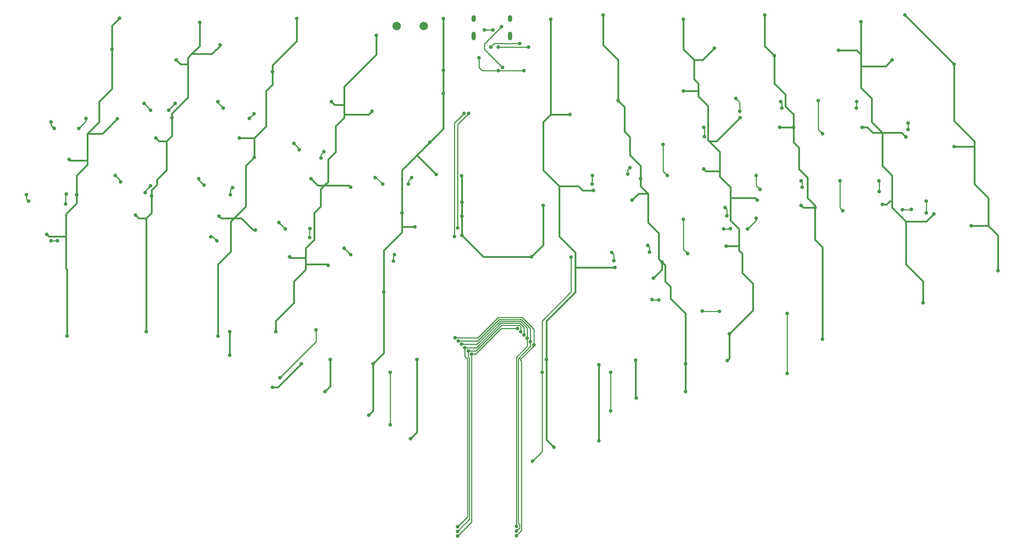
<source format=gbr>
G04 #@! TF.GenerationSoftware,KiCad,Pcbnew,(5.1.9)-1*
G04 #@! TF.CreationDate,2021-04-11T17:50:06-07:00*
G04 #@! TF.ProjectId,euclid36,6575636c-6964-4333-962e-6b696361645f,1.2*
G04 #@! TF.SameCoordinates,PX2faf080PY2faf080*
G04 #@! TF.FileFunction,Copper,L1,Top*
G04 #@! TF.FilePolarity,Positive*
%FSLAX46Y46*%
G04 Gerber Fmt 4.6, Leading zero omitted, Abs format (unit mm)*
G04 Created by KiCad (PCBNEW (5.1.9)-1) date 2021-04-11 17:50:06*
%MOMM*%
%LPD*%
G01*
G04 APERTURE LIST*
G04 #@! TA.AperFunction,ComponentPad*
%ADD10O,1.000000X2.100000*%
G04 #@! TD*
G04 #@! TA.AperFunction,ComponentPad*
%ADD11O,1.000000X1.600000*%
G04 #@! TD*
G04 #@! TA.AperFunction,ComponentPad*
%ADD12C,2.000000*%
G04 #@! TD*
G04 #@! TA.AperFunction,ViaPad*
%ADD13C,0.900000*%
G04 #@! TD*
G04 #@! TA.AperFunction,Conductor*
%ADD14C,0.254000*%
G04 #@! TD*
G04 #@! TA.AperFunction,Conductor*
%ADD15C,0.381000*%
G04 #@! TD*
G04 APERTURE END LIST*
D10*
X96810000Y17820000D03*
X105450000Y17820000D03*
D11*
X96810000Y22000000D03*
X105450000Y22000000D03*
D12*
X78512500Y20155000D03*
X85012500Y20155000D03*
D13*
X119972328Y-34711172D03*
X113068000Y-62014000D03*
X129324000Y-62014000D03*
X129324000Y-62014000D03*
X129324000Y-71158000D03*
X110782000Y-83096000D03*
X77000000Y-74460000D03*
X77000000Y-62014000D03*
X203492000Y-45504000D03*
X188760000Y21219500D03*
X115100000Y21806000D03*
X114084000Y-58966000D03*
X115862000Y-79794000D03*
X135279971Y-59106029D03*
X157518000Y-52870000D03*
X135420000Y-68110000D03*
X157010000Y-59220000D03*
X38900000Y-52362000D03*
X62776000Y-58966000D03*
X83350000Y-58966000D03*
X38900000Y-57950000D03*
X61506000Y-66586000D03*
X81826000Y-77762000D03*
X199428000Y-6134000D03*
X189014000Y-3848000D03*
X193840000Y-22136000D03*
X119672000Y-800000D03*
X125260000Y-18834000D03*
X130340000Y-37122000D03*
X146596000Y21806000D03*
X31788000Y21044000D03*
X19088000Y-52362000D03*
X73698000Y17996000D03*
X49822000Y-52362000D03*
X16548000Y-24676000D03*
X21374000Y-6388000D03*
X26200000Y12154000D03*
X20358000Y-20104000D03*
X25184000Y-1562000D03*
X36614000Y15710000D03*
X196126000Y12154000D03*
X183426000Y14440000D03*
X206032000Y-24422000D03*
X160058000Y-1562000D03*
X151422000Y-13754000D03*
X164122000Y-21120000D03*
X156756000Y-32042000D03*
X72682000Y-38000D03*
X67602000Y-18072000D03*
X58204000Y-16040000D03*
X62268000Y-36614000D03*
X53124000Y-34582000D03*
X63030000Y2248000D03*
X153962000Y14948000D03*
X146596000Y4788000D03*
X12738000Y22060000D03*
X292000Y-53378000D03*
X221272000Y-37884000D03*
X199174000Y22822000D03*
X54842000Y22000000D03*
X36106000Y-53378000D03*
X89640000Y22000000D03*
X72936000Y-59982000D03*
X71920000Y-72174000D03*
X147104000Y-59982000D03*
X147104000Y-66586000D03*
X127546000Y22822000D03*
X165900000Y22822000D03*
X179616000Y-54140000D03*
X131102000Y2502000D03*
X136436000Y-16040000D03*
X141516000Y-35852000D03*
X168186000Y13170000D03*
X177838000Y-22898000D03*
X134404000Y-21120000D03*
X139484000Y-39662000D03*
X172758000Y-3848000D03*
X169456000Y-3848000D03*
X174536000Y-22390000D03*
X210858000Y11138000D03*
X210858000Y-8420000D03*
X214922000Y-27216000D03*
X10960000Y14694000D03*
X12230000Y-1816000D03*
X800000Y-11468000D03*
X-4534000Y-29248000D03*
X2578000Y-19850000D03*
X49060000Y9360000D03*
X44742000Y-10960000D03*
X36360000Y-24930000D03*
X44996000Y-28232000D03*
X41186000Y-6388000D03*
X86398000Y-7404000D03*
X79794000Y-24168000D03*
X75476000Y-42964000D03*
X126530000Y-60236000D03*
X126530000Y-78270000D03*
X55918000Y-59982000D03*
X49060000Y-65570000D03*
X89640000Y9674000D03*
X82842000Y-27470000D03*
X87952001Y-15024000D03*
X89640000Y4220000D03*
X107226000Y-51600000D03*
X96304000Y-57696000D03*
X93002000Y-100876000D03*
X138603716Y-33513128D03*
X138151443Y-31870414D03*
X133388000Y-14976526D03*
X133896000Y-13422526D03*
X108003819Y-52377819D03*
X95526181Y-56918181D03*
X93002000Y-99775997D03*
X-47578Y-22050422D03*
X123578Y-19681578D03*
X3086000Y-4117000D03*
X4822578Y-1774578D03*
X156924422Y-24844422D03*
X156502000Y-22898000D03*
X151590422Y-6048422D03*
X151422000Y-3848000D03*
X108781638Y-53155638D03*
X94748362Y-56140362D03*
X93002000Y-98675994D03*
X18834000Y-19327832D03*
X20104000Y-17773832D03*
X24422000Y232831D03*
X25946000Y1786831D03*
X174790000Y-18087000D03*
X174536000Y-16533000D03*
X169964000Y709000D03*
X169710000Y2263000D03*
X109559457Y-53933457D03*
X93970543Y-55362543D03*
X106972000Y-98590000D03*
X39112578Y-19891422D03*
X39576422Y-18157578D03*
X43557578Y-1730422D03*
X44656422Y-631578D03*
X193036578Y-16533000D03*
X187702578Y709000D03*
X187744000Y2263000D03*
X193078000Y-19088000D03*
X110337276Y-54711276D03*
X93192724Y-54584724D03*
X106972000Y-99690003D03*
X57908578Y-30051422D03*
X57991422Y-27936578D03*
X60575578Y-11128422D03*
X61293422Y-9648578D03*
X111115095Y-55489095D03*
X92414905Y-53806905D03*
X106972000Y-100790006D03*
X77762000Y-35613000D03*
X78016000Y-34059000D03*
X81318000Y-17325000D03*
X82080000Y-15771000D03*
X-3518000Y-2563000D03*
X-2756000Y-4117000D03*
X-9360000Y-19835000D03*
X-8852000Y-21389000D03*
X-3533000Y-30772000D03*
X-1979000Y-30772000D03*
X12992000Y-16817000D03*
X11722000Y-15263000D03*
X20104000Y232831D03*
X18580000Y1786831D03*
X36106000Y2263000D03*
X37376000Y709000D03*
X31534000Y-16025000D03*
X32804000Y-17579000D03*
X34401901Y-29829901D03*
X35852000Y-30772000D03*
X52108000Y-27993000D03*
X50584000Y-26439000D03*
X55410000Y-9197000D03*
X54140000Y-7643000D03*
X73444000Y-15771000D03*
X75222000Y-17325000D03*
X94018000Y-24915000D03*
X94018000Y-21628000D03*
X110528000Y-34582000D03*
X113322000Y-22390000D03*
X93932422Y-15363578D03*
X94018000Y-29502000D03*
X94526000Y-546000D03*
X92240000Y-29756000D03*
X95626003Y-546000D03*
X93017000Y-27724000D03*
X66078000Y-32535000D03*
X67602000Y-34089000D03*
X156147422Y-27978000D03*
X157778133Y-27901289D03*
X161836000Y-27978000D03*
X163868000Y-25438000D03*
X164798422Y-18595000D03*
X163868000Y-15278000D03*
X159995934Y-62976D03*
X159042000Y3010000D03*
X178600000Y2502000D03*
X179616000Y-5372000D03*
X183773485Y-16533000D03*
X184442000Y-23660000D03*
X198624578Y-23447422D03*
X200739422Y-23364578D03*
X204254000Y-24141578D03*
X204254000Y-21374000D03*
X199936000Y-4371000D03*
X199936000Y-2817000D03*
X59388421Y-51939577D03*
X50838000Y-63284000D03*
X151106005Y-47474005D03*
X140768313Y-44810531D03*
X139145782Y-44742000D03*
X171234000Y-62268000D03*
X171234000Y-48044000D03*
X155199949Y-47503949D03*
X130086950Y-35559960D03*
X129578000Y-33551000D03*
X124987455Y-17291455D03*
X125006000Y-15263000D03*
X141770000Y-7897000D03*
X142786000Y-15278000D03*
X146596000Y-25692000D03*
X147612000Y-33820000D03*
X108750000Y9614000D03*
X102654000Y9614000D03*
X98082000Y12662000D03*
X103670000Y10391000D03*
X103416000Y20028000D03*
X109844500Y15202000D03*
X102654000Y15202000D03*
X101384000Y19266000D03*
X99352000Y19266000D03*
X100876000Y15202000D03*
X107734000Y16012500D03*
D14*
X119972328Y-34711172D02*
X119972328Y-42409672D01*
X119972328Y-42409672D02*
X119972328Y-42663672D01*
X119972328Y-42663672D02*
X119972328Y-42917672D01*
X119972328Y-42917672D02*
X113068000Y-49822000D01*
X113068000Y-49822000D02*
X113068000Y-62014000D01*
X113068000Y-62014000D02*
X113068000Y-62014000D01*
X129324000Y-62014000D02*
X129324000Y-71158000D01*
X113068000Y-80810000D02*
X110782000Y-83096000D01*
X113068000Y-62014000D02*
X113068000Y-80810000D01*
X77000000Y-74460000D02*
X77000000Y-62014000D01*
D15*
X203492000Y-45504000D02*
X203492000Y-41186000D01*
X203492000Y-41186000D02*
X203492000Y-40424000D01*
X203492000Y-40424000D02*
X199428000Y-36360000D01*
X196126000Y-21374000D02*
X196126000Y-15278000D01*
X196126000Y-15278000D02*
X193840000Y-12992000D01*
X193840000Y-12992000D02*
X193840000Y-5118000D01*
X193840000Y-5118000D02*
X191300000Y-2578000D01*
X191300000Y-2578000D02*
X191300000Y3010000D01*
X191300000Y3010000D02*
X188760000Y5550000D01*
X188760000Y5550000D02*
X188760000Y7582000D01*
X188760000Y21219500D02*
X188760000Y21219500D01*
X115100000Y21806000D02*
X115100000Y-800000D01*
X115100000Y-800000D02*
X113322000Y-2578000D01*
X113322000Y-2578000D02*
X113322000Y-14008000D01*
X113322000Y-14008000D02*
X117132000Y-17818000D01*
X117132000Y-17818000D02*
X117132000Y-29756000D01*
X117132000Y-29756000D02*
X120942000Y-33566000D01*
X114084000Y-49822000D02*
X114084000Y-58966000D01*
X120942000Y-42964000D02*
X114084000Y-49822000D01*
X114084000Y-78016000D02*
X115862000Y-79794000D01*
X114084000Y-58966000D02*
X114084000Y-78016000D01*
X135279971Y-67969971D02*
X135420000Y-68110000D01*
X135279971Y-59106029D02*
X135279971Y-67969971D01*
X157518000Y-58712000D02*
X157010000Y-59220000D01*
X157518000Y-52870000D02*
X157518000Y-58712000D01*
X38900000Y-52362000D02*
X38900000Y-57950000D01*
X62776000Y-65316000D02*
X61506000Y-66586000D01*
X62776000Y-58966000D02*
X62776000Y-65316000D01*
X83350000Y-76238000D02*
X81826000Y-77762000D01*
X83350000Y-58966000D02*
X83350000Y-76238000D01*
X198412000Y-5118000D02*
X199428000Y-6134000D01*
X193840000Y-5118000D02*
X198412000Y-5118000D01*
X193840000Y-5118000D02*
X191554000Y-5118000D01*
X190284000Y-3848000D02*
X189014000Y-3848000D01*
X191554000Y-5118000D02*
X190284000Y-3848000D01*
X196126000Y-21374000D02*
X195618000Y-21374000D01*
X194856000Y-22136000D02*
X193840000Y-22136000D01*
X195618000Y-21374000D02*
X194856000Y-22136000D01*
X115100000Y-800000D02*
X119672000Y-800000D01*
X117132000Y-17818000D02*
X121704000Y-17818000D01*
X122720000Y-18834000D02*
X125260000Y-18834000D01*
X121704000Y-17818000D02*
X122720000Y-18834000D01*
X120942000Y-37122000D02*
X130340000Y-37122000D01*
X120942000Y-33566000D02*
X120942000Y-37122000D01*
X120942000Y-37122000D02*
X120942000Y-42964000D01*
X146596000Y21806000D02*
X146596000Y14694000D01*
X146596000Y14694000D02*
X149136000Y12154000D01*
X149136000Y12154000D02*
X149136000Y10376000D01*
X149136000Y7582000D02*
X150152000Y6566000D01*
X150152000Y3518000D02*
X152438000Y1232000D01*
X152438000Y1232000D02*
X152438000Y-6896000D01*
X155232000Y-15532000D02*
X157772000Y-18072000D01*
X157772000Y-25946000D02*
X159804000Y-27978000D01*
X159804000Y-33058000D02*
X160566000Y-33820000D01*
X160566000Y-33820000D02*
X160566000Y-38392000D01*
X160566000Y-38392000D02*
X163106000Y-40932000D01*
X157518000Y-52870000D02*
X163106000Y-47282000D01*
X163106000Y-40932000D02*
X163106000Y-47282000D01*
X149136000Y10376000D02*
X149136000Y7582000D01*
X31788000Y21044000D02*
X31788000Y15456000D01*
X31788000Y15456000D02*
X29883000Y13551000D01*
X28994000Y3264000D02*
X25184000Y-546000D01*
X25184000Y-546000D02*
X25184000Y-1562000D01*
X25184000Y-5880000D02*
X23914000Y-7150000D01*
X23914000Y-7150000D02*
X23914000Y-14008000D01*
X23914000Y-14008000D02*
X21628000Y-16294000D01*
X21628000Y-17493774D02*
X20358000Y-18763774D01*
X21628000Y-16294000D02*
X21628000Y-17493774D01*
X20358000Y-18763774D02*
X20358000Y-20104000D01*
X20358000Y-24168000D02*
X19088000Y-25438000D01*
X19088000Y-25438000D02*
X19088000Y-52362000D01*
X73698000Y17996000D02*
X73698000Y13424000D01*
X73698000Y13424000D02*
X66078000Y5804000D01*
X66078000Y-1562000D02*
X64046000Y-3594000D01*
X64046000Y-3594000D02*
X64046000Y-9690000D01*
X64046000Y-9690000D02*
X62268000Y-11468000D01*
X62268000Y-11468000D02*
X62268000Y-16802000D01*
X60490000Y-18580000D02*
X60490000Y-22644000D01*
X60490000Y-22644000D02*
X58966000Y-24168000D01*
X58966000Y-24168000D02*
X58966000Y-30518000D01*
X58966000Y-30518000D02*
X56934000Y-32550000D01*
X56934000Y-37630000D02*
X54140000Y-40424000D01*
X54140000Y-40424000D02*
X54140000Y-45504000D01*
X49822000Y-49822000D02*
X49822000Y-52362000D01*
X54140000Y-45504000D02*
X49822000Y-49822000D01*
X199428000Y-26200000D02*
X199428000Y-26454000D01*
X196126000Y-21374000D02*
X196126000Y-22898000D01*
X196126000Y-22898000D02*
X199428000Y-26200000D01*
X199428000Y-36360000D02*
X199428000Y-26454000D01*
X17310000Y-25438000D02*
X16548000Y-24676000D01*
X19088000Y-25438000D02*
X17310000Y-25438000D01*
X22136000Y-7150000D02*
X21374000Y-6388000D01*
X23914000Y-7150000D02*
X22136000Y-7150000D01*
X27216000Y11138000D02*
X26200000Y12154000D01*
X28994000Y11138000D02*
X27216000Y11138000D01*
X28994000Y12662000D02*
X28994000Y11138000D01*
X28994000Y11138000D02*
X28994000Y3264000D01*
X20358000Y-20104000D02*
X20358000Y-24168000D01*
X25184000Y-1562000D02*
X25184000Y-5880000D01*
X29883000Y13551000D02*
X28994000Y12662000D01*
X29883000Y13551000D02*
X34709000Y13551000D01*
X36614000Y15456000D02*
X36614000Y15710000D01*
X34709000Y13551000D02*
X36614000Y15456000D01*
X194602000Y10630000D02*
X196126000Y12154000D01*
X188760000Y10630000D02*
X194602000Y10630000D01*
X188760000Y7582000D02*
X188760000Y10630000D01*
X187744000Y14440000D02*
X183426000Y14440000D01*
X188760000Y13424000D02*
X187744000Y14440000D01*
X188760000Y10630000D02*
X188760000Y13424000D01*
X188760000Y13424000D02*
X188760000Y21219500D01*
X204254000Y-26200000D02*
X206032000Y-24422000D01*
X199428000Y-26200000D02*
X204254000Y-26200000D01*
X154470000Y-7150000D02*
X160058000Y-1562000D01*
X152692000Y-7150000D02*
X154470000Y-7150000D01*
X152438000Y-6896000D02*
X152692000Y-7150000D01*
X152692000Y-7150000D02*
X155232000Y-9690000D01*
X155232000Y-14262000D02*
X151930000Y-14262000D01*
X155232000Y-9690000D02*
X155232000Y-14262000D01*
X151930000Y-14262000D02*
X151422000Y-13754000D01*
X155232000Y-14262000D02*
X155232000Y-15532000D01*
X163614000Y-20612000D02*
X164122000Y-21120000D01*
X157772000Y-20612000D02*
X163614000Y-20612000D01*
X157772000Y-18072000D02*
X157772000Y-20612000D01*
X157772000Y-20612000D02*
X157772000Y-25946000D01*
X159804000Y-27978000D02*
X159804000Y-32042000D01*
X159804000Y-32042000D02*
X156756000Y-32042000D01*
X159804000Y-32042000D02*
X159804000Y-33058000D01*
X66078000Y-800000D02*
X71920000Y-800000D01*
X71920000Y-800000D02*
X72682000Y-38000D01*
X66078000Y-800000D02*
X66078000Y-1562000D01*
X67221000Y-17691000D02*
X67602000Y-18072000D01*
X61379000Y-17691000D02*
X67221000Y-17691000D01*
X62268000Y-16802000D02*
X61379000Y-17691000D01*
X61379000Y-17691000D02*
X60490000Y-18580000D01*
X59855000Y-17691000D02*
X58204000Y-16040000D01*
X61379000Y-17691000D02*
X59855000Y-17691000D01*
X62014000Y-36360000D02*
X62268000Y-36614000D01*
X56934000Y-36360000D02*
X62014000Y-36360000D01*
X56934000Y-36360000D02*
X56934000Y-37630000D01*
X53378000Y-34836000D02*
X53124000Y-34582000D01*
X56934000Y-34836000D02*
X53378000Y-34836000D01*
X56934000Y-32550000D02*
X56934000Y-34836000D01*
X56934000Y-34836000D02*
X56934000Y-36360000D01*
X63792000Y1486000D02*
X63030000Y2248000D01*
X66078000Y1486000D02*
X63792000Y1486000D01*
X66078000Y5804000D02*
X66078000Y1486000D01*
X66078000Y1486000D02*
X66078000Y-800000D01*
X151168000Y12154000D02*
X153962000Y14948000D01*
X149136000Y12154000D02*
X151168000Y12154000D01*
X150152000Y4788000D02*
X146596000Y4788000D01*
X150152000Y6566000D02*
X150152000Y4788000D01*
X150152000Y4788000D02*
X150152000Y3518000D01*
X12738000Y22060000D02*
X10960000Y20282000D01*
X10960000Y20282000D02*
X10960000Y14694000D01*
X10960000Y5296000D02*
X7912000Y2248000D01*
X7912000Y2248000D02*
X7912000Y-2578000D01*
X7912000Y-2578000D02*
X5118000Y-5372000D01*
X5118000Y-12738000D02*
X2578000Y-15278000D01*
X2578000Y-15278000D02*
X2578000Y-19850000D01*
X2578000Y-21882000D02*
X38000Y-24422000D01*
X292000Y-37630000D02*
X292000Y-53378000D01*
X38000Y-37376000D02*
X292000Y-37630000D01*
X221272000Y-37884000D02*
X221272000Y-29502000D01*
X221272000Y-29502000D02*
X218986000Y-27216000D01*
X218986000Y-27216000D02*
X218986000Y-20612000D01*
X218986000Y-20612000D02*
X215684000Y-17310000D01*
X215684000Y-7150000D02*
X210858000Y-2324000D01*
X210858000Y-2324000D02*
X210858000Y11138000D01*
X210858000Y11138000D02*
X199174000Y22822000D01*
X36106000Y-36360000D02*
X36106000Y-53378000D01*
X39154000Y-33312000D02*
X36106000Y-36360000D01*
X39154000Y-26200000D02*
X39154000Y-33312000D01*
X44742000Y-6388000D02*
X44742000Y-10960000D01*
X54842000Y22000000D02*
X54842000Y16666000D01*
X47536000Y4788000D02*
X47536000Y-3594000D01*
X54842000Y16666000D02*
X49060000Y10884000D01*
X49060000Y10884000D02*
X49060000Y9360000D01*
X49060000Y6312000D02*
X47536000Y4788000D01*
X47536000Y-3594000D02*
X44742000Y-6388000D01*
X42710000Y-12992000D02*
X42710000Y-22644000D01*
X44742000Y-10960000D02*
X42710000Y-12992000D01*
X75476000Y-57442000D02*
X72936000Y-59982000D01*
X75476000Y-33058000D02*
X75476000Y-42964000D01*
X79794000Y-14008000D02*
X79794000Y-24168000D01*
X79794000Y-28740000D02*
X75476000Y-33058000D01*
X89640000Y-4162000D02*
X86398000Y-7404000D01*
X72936000Y-59982000D02*
X72936000Y-71158000D01*
X72936000Y-71158000D02*
X71920000Y-72174000D01*
X147104000Y-59982000D02*
X147104000Y-66586000D01*
X127546000Y22822000D02*
X127546000Y15710000D01*
X127546000Y15710000D02*
X131102000Y12154000D01*
X131102000Y12154000D02*
X131102000Y2502000D01*
X131102000Y2502000D02*
X132626000Y978000D01*
X132626000Y978000D02*
X132626000Y-4864000D01*
X132626000Y-4864000D02*
X133896000Y-6134000D01*
X133896000Y-6134000D02*
X133896000Y-10452000D01*
X133896000Y-10452000D02*
X136436000Y-12992000D01*
X136436000Y-12992000D02*
X136436000Y-16040000D01*
X136436000Y-17818000D02*
X138214000Y-19596000D01*
X138214000Y-19596000D02*
X138214000Y-26454000D01*
X138214000Y-26454000D02*
X140754000Y-28994000D01*
X140754000Y-28994000D02*
X140754000Y-35090000D01*
X140754000Y-35090000D02*
X141516000Y-35852000D01*
X142278000Y-36614000D02*
X142278000Y-40424000D01*
X142278000Y-40424000D02*
X143548000Y-41694000D01*
X143548000Y-41694000D02*
X143548000Y-44488000D01*
X147104000Y-48044000D02*
X147104000Y-59982000D01*
X143548000Y-44488000D02*
X147104000Y-48044000D01*
X165900000Y22822000D02*
X165900000Y15456000D01*
X165900000Y15456000D02*
X168186000Y13170000D01*
X168186000Y13170000D02*
X168186000Y6566000D01*
X170804501Y3947499D02*
X170804501Y1153499D01*
X168186000Y6566000D02*
X170804501Y3947499D01*
X170804501Y1153499D02*
X172758000Y-800000D01*
X172758000Y-800000D02*
X172758000Y-3848000D01*
X172758000Y-7404000D02*
X174028000Y-8674000D01*
X174028000Y-8674000D02*
X174028000Y-13754000D01*
X174028000Y-13754000D02*
X176060000Y-15786000D01*
X176060000Y-15786000D02*
X176060000Y-20612000D01*
X176060000Y-20612000D02*
X177838000Y-22390000D01*
X177838000Y-22390000D02*
X177838000Y-22898000D01*
X179616000Y-32296000D02*
X179616000Y-54140000D01*
X177838000Y-30518000D02*
X179616000Y-32296000D01*
X131102000Y2502000D02*
X131102000Y2502000D01*
X136436000Y-16040000D02*
X136436000Y-17818000D01*
X141516000Y-35852000D02*
X142278000Y-36614000D01*
X168186000Y13170000D02*
X168186000Y13170000D01*
X172758000Y-4610000D02*
X172758000Y-7404000D01*
X177838000Y-22898000D02*
X177838000Y-30518000D01*
X135928000Y-19596000D02*
X134404000Y-21120000D01*
X138214000Y-19596000D02*
X135928000Y-19596000D01*
X141516000Y-37630000D02*
X139484000Y-39662000D01*
X141516000Y-35852000D02*
X141516000Y-37630000D01*
X172758000Y-3848000D02*
X172758000Y-4610000D01*
X172758000Y-3848000D02*
X169456000Y-3848000D01*
X175044000Y-22898000D02*
X174536000Y-22390000D01*
X177838000Y-22898000D02*
X175044000Y-22898000D01*
X210858000Y11138000D02*
X210858000Y11138000D01*
X215684000Y-8420000D02*
X210858000Y-8420000D01*
X215684000Y-17310000D02*
X215684000Y-8420000D01*
X215684000Y-8420000D02*
X215684000Y-7150000D01*
X218986000Y-27216000D02*
X214922000Y-27216000D01*
X10960000Y14694000D02*
X10960000Y5296000D01*
X8674000Y-5372000D02*
X12230000Y-1816000D01*
X5118000Y-5372000D02*
X8674000Y-5372000D01*
X1054000Y-11722000D02*
X800000Y-11468000D01*
X5118000Y-11722000D02*
X1054000Y-11722000D01*
X5118000Y-5372000D02*
X5118000Y-11722000D01*
X5118000Y-11722000D02*
X5118000Y-12738000D01*
X-4026000Y-29756000D02*
X-4534000Y-29248000D01*
X38000Y-29756000D02*
X-4026000Y-29756000D01*
X38000Y-24422000D02*
X38000Y-29756000D01*
X38000Y-29756000D02*
X38000Y-37376000D01*
X2578000Y-19850000D02*
X2578000Y-21882000D01*
X49060000Y9360000D02*
X49060000Y6312000D01*
X44742000Y-10960000D02*
X44742000Y-10960000D01*
X36868000Y-25438000D02*
X36360000Y-24930000D01*
X39916000Y-25438000D02*
X36868000Y-25438000D01*
X42710000Y-22644000D02*
X39916000Y-25438000D01*
X39916000Y-25438000D02*
X39154000Y-26200000D01*
X39916000Y-25438000D02*
X41694000Y-25438000D01*
X44488000Y-28232000D02*
X44996000Y-28232000D01*
X41694000Y-25438000D02*
X44488000Y-28232000D01*
X44742000Y-6388000D02*
X41186000Y-6388000D01*
X75476000Y-42964000D02*
X75476000Y-57442000D01*
X126530000Y-60236000D02*
X126530000Y-78270000D01*
X50330000Y-65570000D02*
X49060000Y-65570000D01*
X55918000Y-59982000D02*
X50330000Y-65570000D01*
X89640000Y22000000D02*
X89640000Y9674000D01*
X89640000Y-606000D02*
X89640000Y-4162000D01*
X79794000Y-27724000D02*
X79794000Y-28740000D01*
X82842000Y-27470000D02*
X79794000Y-27470000D01*
X79794000Y-27470000D02*
X79794000Y-27724000D01*
X79794000Y-24168000D02*
X79794000Y-27470000D01*
X83380001Y-10452000D02*
X83350000Y-10452000D01*
X87952001Y-15024000D02*
X83380001Y-10452000D01*
X83350000Y-10452000D02*
X79794000Y-14008000D01*
X86398000Y-7404000D02*
X83350000Y-10452000D01*
X89640000Y4220000D02*
X89640000Y-606000D01*
X89640000Y9674000D02*
X89640000Y4220000D01*
D14*
X107226000Y-51600000D02*
X103317712Y-51600000D01*
X97221712Y-57696000D02*
X96304000Y-57696000D01*
X103317712Y-51600000D02*
X97221712Y-57696000D01*
X96304000Y-57696000D02*
X96304000Y-96304000D01*
X96304000Y-97574000D02*
X93002000Y-100876000D01*
X96304000Y-96304000D02*
X96304000Y-97574000D01*
X138603716Y-32322687D02*
X138151443Y-31870414D01*
X138603716Y-33513128D02*
X138603716Y-32322687D01*
X133388000Y-13930526D02*
X133896000Y-13422526D01*
X133388000Y-14976526D02*
X133388000Y-13930526D01*
X97357465Y-56918181D02*
X95526181Y-56918181D01*
X103452647Y-50822999D02*
X97357465Y-56918181D01*
X107598961Y-50822999D02*
X103452647Y-50822999D01*
X108003819Y-51227857D02*
X107598961Y-50822999D01*
X108003819Y-52377819D02*
X108003819Y-51227857D01*
X95526181Y-56918181D02*
X95526181Y-58388191D01*
X95526181Y-58388191D02*
X95849990Y-58712000D01*
X95849990Y-96928007D02*
X93002000Y-99775997D01*
X95849990Y-58712000D02*
X95849990Y-96928007D01*
X-47578Y-19852734D02*
X123578Y-19681578D01*
X-47578Y-22050422D02*
X-47578Y-19852734D01*
X4822578Y-2380422D02*
X4822578Y-1774578D01*
X3086000Y-4117000D02*
X4822578Y-2380422D01*
X156924422Y-23320422D02*
X156502000Y-22898000D01*
X156924422Y-24844422D02*
X156924422Y-23320422D01*
X151590422Y-4016422D02*
X151422000Y-3848000D01*
X151590422Y-6048422D02*
X151590422Y-4016422D01*
X97493218Y-56140362D02*
X94748362Y-56140362D01*
X103264591Y-50368989D02*
X97493218Y-56140362D01*
X107787018Y-50368989D02*
X103264591Y-50368989D01*
X108781638Y-51363610D02*
X107787018Y-50368989D01*
X108781638Y-53155638D02*
X108781638Y-51363610D01*
X94748362Y-56140362D02*
X94748363Y-58252439D01*
X94748363Y-58252439D02*
X95395980Y-58900056D01*
X95395980Y-96282014D02*
X93002000Y-98675994D01*
X95395980Y-58900056D02*
X95395980Y-96282014D01*
X18834000Y-19043832D02*
X20104000Y-17773832D01*
X18834000Y-19327832D02*
X18834000Y-19043832D01*
X24422000Y262831D02*
X25946000Y1786831D01*
X24422000Y232831D02*
X24422000Y262831D01*
X174790000Y-16787000D02*
X174536000Y-16533000D01*
X174790000Y-18087000D02*
X174790000Y-16787000D01*
X169964000Y2009000D02*
X169710000Y2263000D01*
X169964000Y709000D02*
X169964000Y2009000D01*
X97628971Y-55362543D02*
X93970543Y-55362543D01*
X103076535Y-49914979D02*
X97628971Y-55362543D01*
X107975075Y-49914979D02*
X103076535Y-49914979D01*
X109559457Y-51499362D02*
X107975075Y-49914979D01*
X109559457Y-53933457D02*
X109559457Y-51499362D01*
X109559457Y-53933457D02*
X109559457Y-55870543D01*
X109559457Y-55870543D02*
X106972000Y-58458000D01*
X106972000Y-58458000D02*
X106972000Y-98590000D01*
X39112578Y-18621422D02*
X39576422Y-18157578D01*
X39112578Y-19891422D02*
X39112578Y-18621422D01*
X43557578Y-1730422D02*
X44656422Y-631578D01*
X193298078Y-16794500D02*
X193036578Y-16533000D01*
X187702578Y2221578D02*
X187744000Y2263000D01*
X187702578Y709000D02*
X187702578Y2221578D01*
X193078000Y-16574422D02*
X193036578Y-16533000D01*
X193078000Y-19088000D02*
X193078000Y-16574422D01*
X102888479Y-49460969D02*
X97764724Y-54584724D01*
X108163132Y-49460969D02*
X102888479Y-49460969D01*
X110337276Y-51635114D02*
X108163132Y-49460969D01*
X110337276Y-54711276D02*
X110337276Y-51635114D01*
X97764724Y-54584724D02*
X93192724Y-54584724D01*
X110337276Y-54711276D02*
X110337276Y-55867767D01*
X110337276Y-55867767D02*
X107426010Y-58779033D01*
X107426010Y-58779033D02*
X107426010Y-97828000D01*
X107749001Y-98913002D02*
X106972000Y-99690003D01*
X107749001Y-98150991D02*
X107749001Y-98913002D01*
X107426010Y-97828000D02*
X107749001Y-98150991D01*
X57908578Y-28019422D02*
X57991422Y-27936578D01*
X57908578Y-30051422D02*
X57908578Y-28019422D01*
X60575578Y-10366422D02*
X61293422Y-9648578D01*
X60575578Y-11128422D02*
X60575578Y-10366422D01*
X108351189Y-49006959D02*
X111115095Y-51770866D01*
X111115095Y-51770866D02*
X111115095Y-55489095D01*
X102694446Y-49006959D02*
X108351189Y-49006959D01*
X97894500Y-53806905D02*
X102694446Y-49006959D01*
X92414905Y-53806905D02*
X97894500Y-53806905D01*
X111115095Y-55489095D02*
X111115095Y-55732014D01*
X111115095Y-55732014D02*
X107880020Y-58967089D01*
X108203011Y-99558995D02*
X106972000Y-100790006D01*
X108203011Y-59290080D02*
X108203011Y-99558995D01*
X107880020Y-58967089D02*
X108203011Y-59290080D01*
X77762000Y-34313000D02*
X78016000Y-34059000D01*
X77762000Y-35613000D02*
X77762000Y-34313000D01*
X81318000Y-16533000D02*
X82080000Y-15771000D01*
X81318000Y-17325000D02*
X81318000Y-16533000D01*
X-3518000Y-3355000D02*
X-2756000Y-4117000D01*
X-3518000Y-2563000D02*
X-3518000Y-3355000D01*
X-9360000Y-20881000D02*
X-8852000Y-21389000D01*
X-9360000Y-19835000D02*
X-9360000Y-20881000D01*
X-3533000Y-30772000D02*
X-1979000Y-30772000D01*
X12992000Y-16533000D02*
X11722000Y-15263000D01*
X12992000Y-16817000D02*
X12992000Y-16533000D01*
X20104000Y262831D02*
X18580000Y1786831D01*
X20104000Y232831D02*
X20104000Y262831D01*
X36106000Y1979000D02*
X37376000Y709000D01*
X36106000Y2263000D02*
X36106000Y1979000D01*
X31534000Y-16309000D02*
X32804000Y-17579000D01*
X31534000Y-16025000D02*
X31534000Y-16309000D01*
X34909901Y-29829901D02*
X35852000Y-30772000D01*
X34401901Y-29829901D02*
X34909901Y-29829901D01*
X52108000Y-27963000D02*
X50584000Y-26439000D01*
X52108000Y-27993000D02*
X52108000Y-27963000D01*
X55410000Y-8913000D02*
X54140000Y-7643000D01*
X55410000Y-9197000D02*
X55410000Y-8913000D01*
X73668000Y-15771000D02*
X75222000Y-17325000D01*
X73444000Y-15771000D02*
X73668000Y-15771000D01*
D15*
X94018000Y-24915000D02*
X94018000Y-21628000D01*
X94018000Y-24915000D02*
X94018000Y-29502000D01*
X99098000Y-34582000D02*
X110528000Y-34582000D01*
X94018000Y-29502000D02*
X99098000Y-34582000D01*
X110528000Y-34582000D02*
X113322000Y-31788000D01*
X113322000Y-31788000D02*
X113322000Y-22390000D01*
X94018000Y-15449156D02*
X93932422Y-15363578D01*
X94018000Y-21628000D02*
X94018000Y-15449156D01*
D14*
X94526000Y-546000D02*
X93002000Y-2070000D01*
X93002000Y-2070000D02*
X92240000Y-2832000D01*
X92240000Y-2832000D02*
X92240000Y-29756000D01*
X95626003Y-546000D02*
X93002000Y-3170003D01*
X93002000Y-27709000D02*
X93017000Y-27724000D01*
X93002000Y-3170003D02*
X93002000Y-27709000D01*
X66078000Y-32565000D02*
X67602000Y-34089000D01*
X66078000Y-32535000D02*
X66078000Y-32565000D01*
X157701422Y-27978000D02*
X157778133Y-27901289D01*
X156147422Y-27978000D02*
X157701422Y-27978000D01*
X163868000Y-25946000D02*
X163868000Y-25438000D01*
X161836000Y-27978000D02*
X163868000Y-25946000D01*
X163868000Y-17664578D02*
X163868000Y-15278000D01*
X164798422Y-18595000D02*
X163868000Y-17664578D01*
X159995934Y2056066D02*
X159042000Y3010000D01*
X159995934Y-62976D02*
X159995934Y2056066D01*
X178600000Y-4356000D02*
X179616000Y-5372000D01*
X178600000Y2502000D02*
X178600000Y-4356000D01*
X183773485Y-22991485D02*
X184442000Y-23660000D01*
X183773485Y-16533000D02*
X183773485Y-22991485D01*
X200656578Y-23447422D02*
X200739422Y-23364578D01*
X198624578Y-23447422D02*
X200656578Y-23447422D01*
X204254000Y-24141578D02*
X204254000Y-21374000D01*
X199936000Y-4371000D02*
X199936000Y-2817000D01*
X59388421Y-54733579D02*
X50838000Y-63284000D01*
X59388421Y-51939577D02*
X59388421Y-54733579D01*
X139214313Y-44810531D02*
X139145782Y-44742000D01*
X140768313Y-44810531D02*
X139214313Y-44810531D01*
X151203061Y-47376949D02*
X151106005Y-47474005D01*
X171234000Y-62268000D02*
X171234000Y-48044000D01*
X171234000Y-48044000D02*
X171234000Y-48044000D01*
X151135949Y-47503949D02*
X151106005Y-47474005D01*
X155199949Y-47503949D02*
X151135949Y-47503949D01*
X130086950Y-34059950D02*
X129578000Y-33551000D01*
X130086950Y-35559960D02*
X130086950Y-34059950D01*
X124987455Y-15281545D02*
X125006000Y-15263000D01*
X124987455Y-17291455D02*
X124987455Y-15281545D01*
X141770000Y-14262000D02*
X142786000Y-15278000D01*
X141770000Y-7897000D02*
X141770000Y-14262000D01*
X146596000Y-32804000D02*
X147612000Y-33820000D01*
X146596000Y-25692000D02*
X146596000Y-32804000D01*
X108750000Y9614000D02*
X102654000Y9614000D01*
X102654000Y9614000D02*
X98844000Y9614000D01*
X98082000Y10376000D02*
X98082000Y12662000D01*
X98844000Y9614000D02*
X98082000Y10376000D01*
X103670000Y10391000D02*
X99352000Y14709000D01*
X99352000Y14709000D02*
X99352000Y15964000D01*
X99352000Y15964000D02*
X103416000Y20028000D01*
X109844500Y15202000D02*
X102654000Y15202000D01*
X101384000Y19266000D02*
X99352000Y19266000D01*
X101686500Y16012500D02*
X107734000Y16012500D01*
X100876000Y15202000D02*
X101686500Y16012500D01*
M02*

</source>
